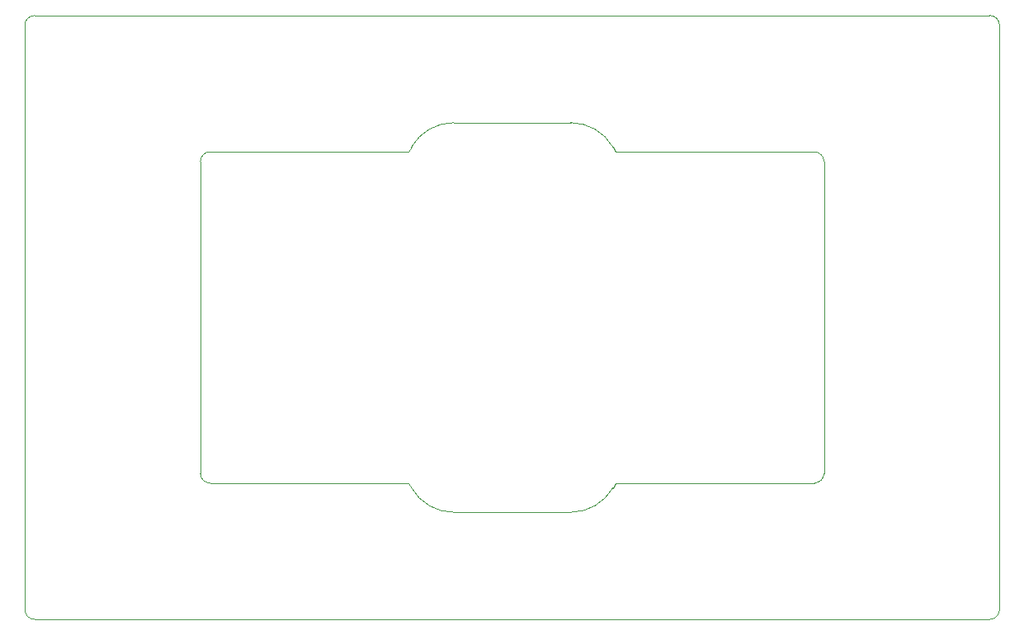
<source format=gbr>
G04 #@! TF.FileFunction,Profile,NP*
%FSLAX46Y46*%
G04 Gerber Fmt 4.6, Leading zero omitted, Abs format (unit mm)*
G04 Created by KiCad (PCBNEW 0.201603210401+6634~43~ubuntu14.04.1-product) date Mon 18 Apr 2016 03:28:45 PM CEST*
%MOMM*%
G01*
G04 APERTURE LIST*
%ADD10C,0.100000*%
G04 APERTURE END LIST*
D10*
X106000000Y-80000000D02*
G75*
G02X110330127Y-82500000I0J-5000000D01*
G01*
X94000000Y-120000000D02*
G75*
G02X89669873Y-117500000I0J5000000D01*
G01*
X131000000Y-83000000D02*
G75*
G02X132000000Y-84000000I0J-1000000D01*
G01*
X89669873Y-82500000D02*
G75*
G02X94000000Y-80000000I4330127J-2500000D01*
G01*
X68000000Y-84000000D02*
G75*
G02X69000000Y-83000000I1000000J0D01*
G01*
X69000000Y-117000000D02*
G75*
G02X68000000Y-116000000I0J1000000D01*
G01*
X110330127Y-117500000D02*
G75*
G02X106000000Y-120000000I-4330127J2500000D01*
G01*
X132000000Y-116000000D02*
G75*
G02X131000000Y-117000000I-1000000J0D01*
G01*
X68000000Y-84000000D02*
X68000000Y-116000000D01*
X89381198Y-83000000D02*
X89669873Y-82500000D01*
X94000000Y-80000000D02*
X106000000Y-80000000D01*
X69000000Y-83000000D02*
X89381198Y-83000000D01*
X110618802Y-83000000D02*
X110330127Y-82500000D01*
X132000000Y-84000000D02*
X132000000Y-116000000D01*
X131000000Y-83000000D02*
X110618802Y-83000000D01*
X110618802Y-117000000D02*
X110330127Y-117500000D01*
X131000000Y-117000000D02*
X110618802Y-117000000D01*
X94000000Y-120000000D02*
X106000000Y-120000000D01*
X89381198Y-117000000D02*
X89669873Y-117500000D01*
X69000000Y-117000000D02*
X89381198Y-117000000D01*
X150000000Y-70000000D02*
X150000000Y-130000000D01*
X50000000Y-70000000D02*
X50000000Y-130000000D01*
X51000000Y-131000000D02*
X149000000Y-131000000D01*
X149000000Y-69000000D02*
X51000000Y-69000000D01*
X51000000Y-131000000D02*
G75*
G02X50000000Y-130000000I0J1000000D01*
G01*
X150000000Y-130000000D02*
G75*
G02X149000000Y-131000000I-1000000J0D01*
G01*
X149000000Y-69000000D02*
G75*
G02X150000000Y-70000000I0J-1000000D01*
G01*
X50000000Y-70000000D02*
G75*
G02X51000000Y-69000000I1000000J0D01*
G01*
M02*

</source>
